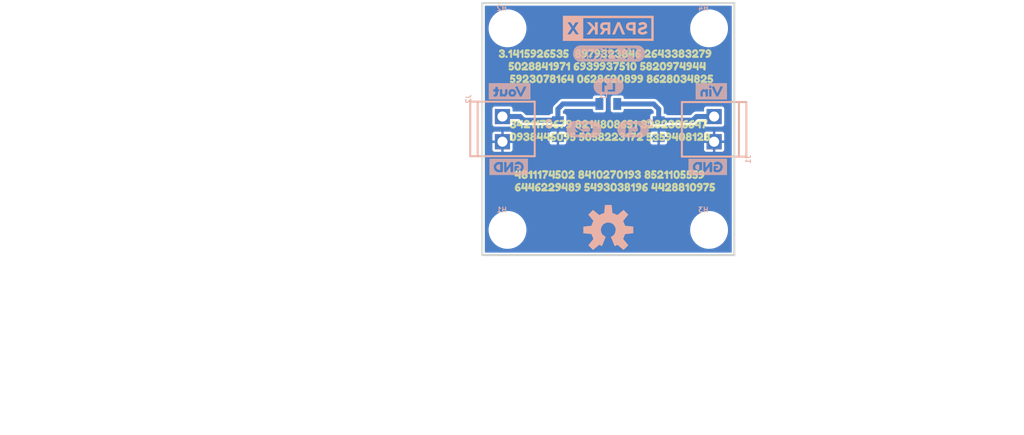
<source format=kicad_pcb>
(kicad_pcb (version 20211014) (generator pcbnew)
  (layers (0 "F.Cu" signal) (31 "B.Cu" signal) (34 "B.Paste" user) (35 "F.Paste" user) (36 "B.SilkS" user "B.Silkscreen") (37 "F.SilkS" user "F.Silkscreen") (38 "B.Mask" user) (39 "F.Mask" user) (44 "Edge.Cuts" user))
  (net 0 "")
  (net 1 "N$1")
  (net 2 "N$2")
  (net 3 "GND")
  (footprint "eagleBoard:3#1415926535__8979323846_26433832790" (layer "F.Cu") (at 136.6901 97.3836)
    (fp_text reference "U$6" hide)
    (fp_text value "" hide)
  )
  (footprint "eagleBoard:3421170679_8214808651_32823066473" (layer "F.Cu") (at 137.8331 104.4956)
    (fp_text reference "U$9" hide)
    (fp_text value "" hide)
  )
  (footprint "eagleBoard:5923078164_0628620899_86280348252" (layer "F.Cu") (at 137.8331 99.9236)
    (fp_text reference "U$8" hide)
    (fp_text value "" hide)
  )
  (footprint "eagleBoard:0938446095_5058223172_53594081284" (layer "F.Cu") (at 137.8331 105.7656)
    (fp_text reference "U$10" hide)
    (fp_text value "" hide)
  )
  (footprint "eagleBoard:6446229489_5493038196_44288109756" (layer "F.Cu") (at 138.3411 110.8456)
    (fp_text reference "U$12" hide)
    (fp_text value "" hide)
  )
  (footprint "eagleBoard:4811174502_8410270193_85211055595" (layer "F.Cu") (at 138.3411 109.5756)
    (fp_text reference "U$11" hide)
    (fp_text value "" hide)
  )
  (footprint "eagleBoard:5028841971_6939937510_58209749441" (layer "F.Cu") (at 137.7061 98.6536)
    (fp_text reference "U$7" hide)
    (fp_text value "" hide)
  )
  (footprint "eagleBoard:0805" (layer "B.Cu") (at 153.5811 105.0036 -90)
    (fp_text reference "C1" (at 0 0.889 -270) (layer "B.SilkS") (effects (font (size 0.512064 0.512064) (thickness 0.097536)) (justify right mirror)))
    (fp_text value "DNP")
    (pad "1" smd rect (at -0.9 0 270) (size 0.8 1.2) (layers "B.Cu" "B.Paste" "B.Mask") (net 1 "N$1"))
    (pad "2" smd rect (at 0.9 0 270) (size 0.8 1.2) (layers "B.Cu" "B.Paste" "B.Mask") (net 3 "GND"))
  )
  (footprint "eagleBoard:C10" (layer "B.Cu") (at 152.6921 105.0036 180)
    (fp_text reference "U$14" hide)
    (fp_text value "" hide)
  )
  (footprint "eagleBoard:CREATIVE_COMMONS" (layer "B.Cu") (at 170.0911 135.4836 180)
    (fp_text reference "FRAME1" hide)
    (fp_text value "FRAME-LETTER" hide)
  )
  (footprint "eagleBoard:C21" (layer "B.Cu") (at 147.8661 105.0036 180)
    (fp_text reference "U$15" hide)
    (fp_text value "" hide)
  )
  (footprint "eagleBoard:0805" (layer "B.Cu") (at 148.5011 102.4636 180)
    (fp_text reference "L1" (at 0 0.889) (layer "B.SilkS") (effects (font (size 0.512064 0.512064) (thickness 0.097536)) (justify left mirror)))
    (fp_text value "DNP")
    (pad "1" smd rect (at -0.9 0 180) (size 0.8 1.2) (layers "B.Cu" "B.Paste" "B.Mask") (net 1 "N$1"))
    (pad "2" smd rect (at 0.9 0 180) (size 0.8 1.2) (layers "B.Cu" "B.Paste" "B.Mask") (net 2 "N$2"))
  )
  (footprint "eagleBoard:STAND-OFF" (layer "B.Cu") (at 138.3411 94.8436 180)
    (fp_text reference "H2" (at 0 2.032) (layer "B.SilkS") (effects (font (size 0.512064 0.512064) (thickness 0.097536)) (justify left mirror)))
    (fp_text value "STAND-OFF")
    (pad "" np_thru_hole circle (at 0 0 180) (size 3.302 3.302) (drill 3.302) (layers *.Cu *.Mask))
  )
  (footprint "eagleBoard:OSHW-LOGO-M" (layer "B.Cu") (at 148.5011 115.1636 180)
    (fp_text reference "LOGO1" hide)
    (fp_text value "OSHW-LOGOM" hide)
  )
  (footprint "eagleBoard:SPARKX-MEDIUM" (layer "B.Cu") (at 148.5011 94.8436 180)
    (fp_text reference "U$1" hide)
    (fp_text value "SPARKX-LOGO4" hide)
  )
  (footprint "eagleBoard:1X02_2.54_SCREWTERM" (layer "B.Cu") (at 137.8331 103.7336 -90)
    (fp_text reference "J2" (at -1.27 3.429 -270) (layer "B.SilkS") (effects (font (size 0.512064 0.512064) (thickness 0.097536)) (justify right mirror)))
    (fp_text value "")
    (pad "P1" thru_hole rect (at 2.54 0 270) (size 1.524 1.524) (drill 1.016) (layers *.Cu *.Mask) (net 3 "GND"))
    (pad "P2" thru_hole rect (at 0 0 270) (size 1.524 1.524) (drill 1.016) (layers *.Cu *.Mask) (net 2 "N$2"))
  )
  (footprint "eagleBoard:STAND-OFF" (layer "B.Cu") (at 158.6611 115.1636 180)
    (fp_text reference "H3" (at 0 2.032) (layer "B.SilkS") (effects (font (size 0.512064 0.512064) (thickness 0.097536)) (justify left mirror)))
    (fp_text value "STAND-OFF")
    (pad "" np_thru_hole circle (at 0 0 180) (size 3.302 3.302) (drill 3.302) (layers *.Cu *.Mask))
  )
  (footprint "eagleBoard:VIN1" (layer "B.Cu") (at 160.9471 101.1936 180)
    (fp_text reference "U$5" hide)
    (fp_text value "" hide)
  )
  (footprint "eagleBoard:L12" (layer "B.Cu") (at 150.1521 100.6856 180)
    (fp_text reference "U$16" hide)
    (fp_text value "" hide)
  )
  (footprint "eagleBoard:VOUT2" (layer "B.Cu") (at 141.1351 101.1936 180)
    (fp_text reference "U$13" hide)
    (fp_text value "" hide)
  )
  (footprint "eagleBoard:1X02_2.54_SCREWTERM" (layer "B.Cu") (at 159.1691 106.2736 90)
    (fp_text reference "J1" (at -1.27 3.429 90) (layer "B.SilkS") (effects (font (size 0.512064 0.512064) (thickness 0.097536)) (justify left mirror)))
    (fp_text value "")
    (pad "P1" thru_hole rect (at 2.54 0 90) (size 1.524 1.524) (drill 1.016) (layers *.Cu *.Mask) (net 1 "N$1"))
    (pad "P2" thru_hole rect (at 0 0 90) (size 1.524 1.524) (drill 1.016) (layers *.Cu *.Mask) (net 3 "GND"))
  )
  (footprint "eagleBoard:PI#FILTER3" (layer "B.Cu") (at 152.3111 97.3836 180)
    (fp_text reference "U$4" hide)
    (fp_text value "" hide)
  )
  (footprint "eagleBoard:STAND-OFF" (layer "B.Cu") (at 138.3411 115.1636 180)
    (fp_text reference "H1" (at 0 2.032) (layer "B.SilkS") (effects (font (size 0.512064 0.512064) (thickness 0.097536)) (justify left mirror)))
    (fp_text value "STAND-OFF")
    (pad "" np_thru_hole circle (at 0 0 180) (size 3.302 3.302) (drill 3.302) (layers *.Cu *.Mask))
  )
  (footprint "eagleBoard:GND0" (layer "B.Cu") (at 160.9471 108.8136 180)
    (fp_text reference "U$3" hide)
    (fp_text value "" hide)
  )
  (footprint "eagleBoard:GND0" (layer "B.Cu") (at 140.8811 108.8136 180)
    (fp_text reference "U$2" hide)
    (fp_text value "" hide)
  )
  (footprint "eagleBoard:0805" (layer "B.Cu") (at 143.4211 105.0036 -90)
    (fp_text reference "C2" (at 0 0.889 -270) (layer "B.SilkS") (effects (font (size 0.512064 0.512064) (thickness 0.097536)) (justify right mirror)))
    (fp_text value "DNP")
    (pad "1" smd rect (at -0.9 0 270) (size 0.8 1.2) (layers "B.Cu" "B.Paste" "B.Mask") (net 2 "N$2"))
    (pad "2" smd rect (at 0.9 0 270) (size 0.8 1.2) (layers "B.Cu" "B.Paste" "B.Mask") (net 3 "GND"))
  )
  (footprint "eagleBoard:STAND-OFF" (layer "B.Cu") (at 158.6611 94.8436 180)
    (fp_text reference "H4" (at 0 2.032) (layer "B.SilkS") (effects (font (size 0.512064 0.512064) (thickness 0.097536)) (justify left mirror)))
    (fp_text value "STAND-OFF")
    (pad "" np_thru_hole circle (at 0 0 180) (size 3.302 3.302) (drill 3.302) (layers *.Cu *.Mask))
  )
  (gr_line (start 161.2011 92.3036) (end 161.2011 117.7036) (layer "Edge.Cuts") (width 0.2032))
  (gr_line (start 135.8011 117.7036) (end 135.8011 92.3036) (layer "Edge.Cuts") (width 0.2032))
  (gr_line (start 161.2011 117.7036) (end 135.8011 117.7036) (layer "Edge.Cuts") (width 0.2032))
  (gr_line (start 135.8011 92.3036) (end 161.2011 92.3036) (layer "Edge.Cuts") (width 0.2032))
  (gr_text "x01" (at 153.9621 116.8146) (layer "F.Cu") (effects (font (size 0.8636 0.8636) (thickness 0.1524)) (justify left bottom)))
  (segment (start 153.5811 104.1036) (end 157.0211 104.1036) (width 0.508) (layer "B.Cu") (net 1))
  (segment (start 153.7191 104.2416) (end 153.7191 104.2416) (width 0.508) (layer "B.Cu") (net 1))
  (segment (start 153.6501 104.223112) (end 153.599588 104.1726) (width 0.508) (layer "B.Cu") (net 1))
  (segment (start 157.3911 103.7336) (end 159.1691 103.7336) (width 0.508) (layer "B.Cu") (net 1))
  (segment (start 153.7191 104.2416) (end 153.6501 104.223112) (width 0.508) (layer "B.Cu") (net 1))
  (segment (start 153.599588 104.1726) (end 153.5811 104.1036) (width 0.508) (layer "B.Cu") (net 1))
  (segment (start 153.0731 102.4636) (end 149.4011 102.4636) (width 0.508) (layer "B.Cu") (net 1))
  (segment (start 153.5811 104.1036) (end 153.5811 102.9716) (width 0.508) (layer "B.Cu") (net 1))
  (segment (start 153.5811 102.9716) (end 153.0731 102.4636) (width 0.508) (layer "B.Cu") (net 1))
  (segment (start 157.0211 104.1036) (end 157.3911 103.7336) (width 0.508) (layer "B.Cu") (net 1))
  (segment (start 143.4211 104.1036) (end 143.4211 102.9716) (width 0.508) (layer "B.Cu") (net 2))
  (segment (start 143.9291 102.4636) (end 147.6011 102.4636) (width 0.508) (layer "B.Cu") (net 2))
  (segment (start 139.6111 103.7336) (end 137.8331 103.7336) (width 0.508) (layer "B.Cu") (net 2))
  (segment (start 143.4211 104.1036) (end 139.9811 104.1036) (width 0.508) (layer "B.Cu") (net 2))
  (segment (start 139.9811 104.1036) (end 139.6111 103.7336) (width 0.508) (layer "B.Cu") (net 2))
  (segment (start 143.4211 102.9716) (end 143.9291 102.4636) (width 0.508) (layer "B.Cu") (net 2))
  (segment (start 153.5811 105.9036) (end 153.5811 105.9036) (width 0.508) (layer "B.Cu") (net 3))
  (segment (start 153.5811 105.9036) (end 153.599588 105.8346) (width 0.508) (layer "B.Cu") (net 3))
  (segment (start 158.6611 105.7656) (end 159.1691 106.2736) (width 0.508) (layer "B.Cu") (net 3))
  (segment (start 153.6501 105.784088) (end 153.7191 105.7656) (width 0.508) (layer "B.Cu") (net 3))
  (segment (start 138.2031 105.9036) (end 137.8331 106.2736) (width 0.508) (layer "B.Cu") (net 3))
  (segment (start 153.599588 105.8346) (end 153.6501 105.784088) (width 0.508) (layer "B.Cu") (net 3))
  (zone (net 3) (net_name "GND") (layer "B.Cu") (priority 6) (connect_pads (clearance 0.254)) (min_thickness 0.1016) (fill yes (thermal_gap 0.2532) (thermal_bridge_width 0.2532))
    (polygon (pts (xy 161.3027 117.8052) (xy 135.6995 117.8052) (xy 135.6995 92.202) (xy 161.3027 92.202)))
  )
)
</source>
